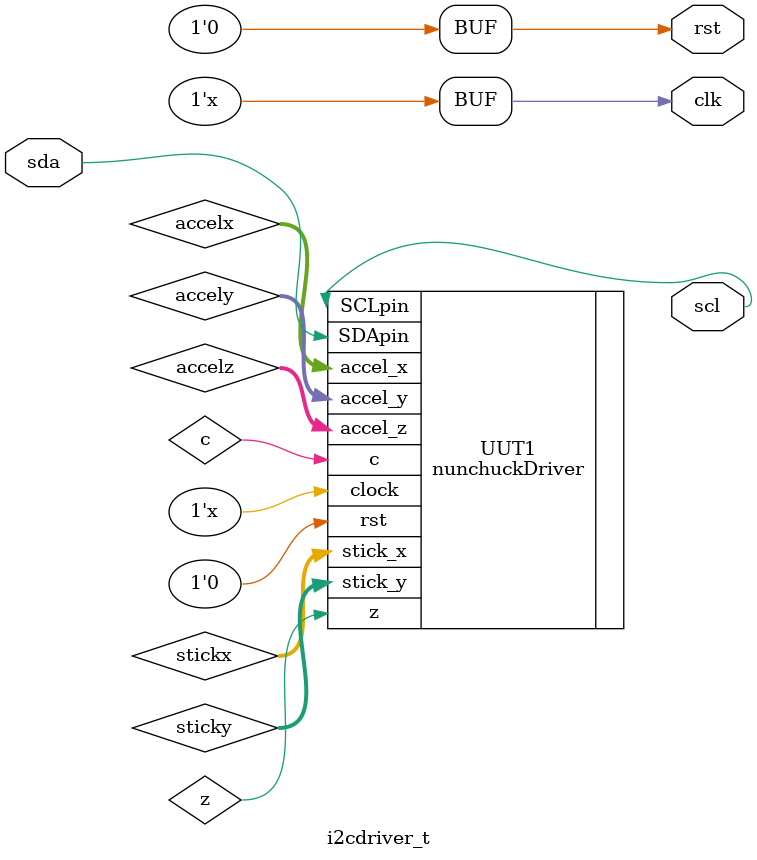
<source format=sv>
`timescale 1ns/1ns

module i2cdriver_t(clk, rst, sda, scl);
	output reg clk = 1;
	output scl; 
	output reg rst = 0;
	inout sda;
	
	wire[7:0] stickx, sticky; 
	wire[9:0] accelx, accely, accelz;
	wire z, c;
	nunchuckDriver UUT1(.clock(clk), .SDApin(sda), .SCLpin(scl), .stick_x(stickx), .stick_y(sticky), .accel_x(accelx), .accel_y(accely), .accel_z(accelz), .z(z), .c(c), .rst(rst)); 
	
	
	always begin
		#1
		clk = ~clk;
		
	end
	
endmodule
</source>
